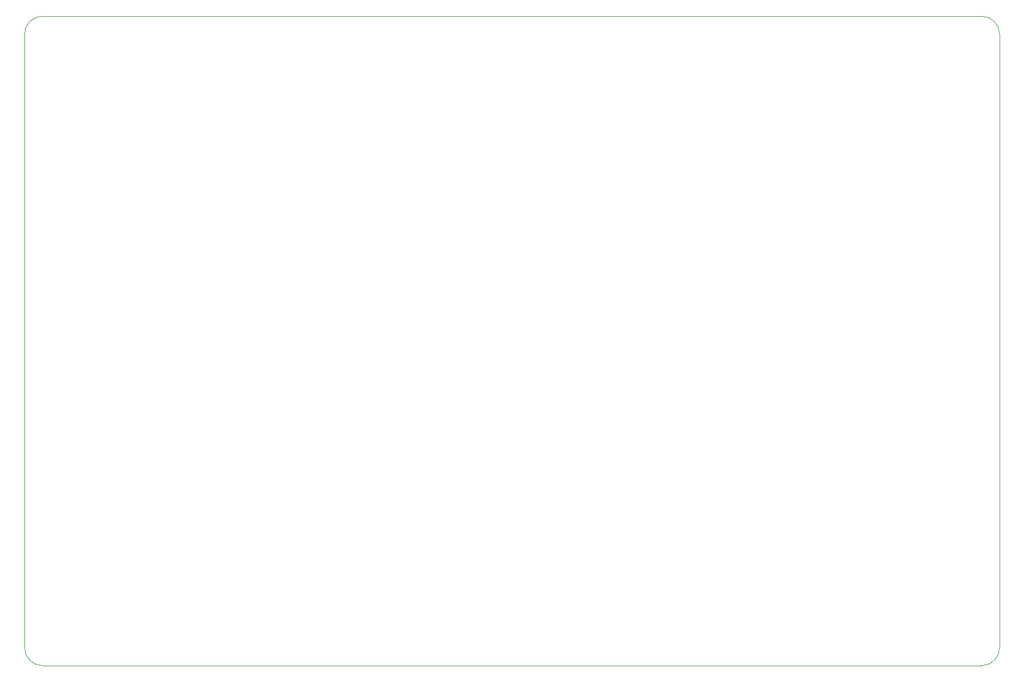
<source format=gbr>
%TF.GenerationSoftware,Altium Limited,Altium Designer,23.10.1 (27)*%
G04 Layer_Color=0*
%FSLAX45Y45*%
%MOMM*%
%TF.SameCoordinates,F6A67EC3-CF4D-4AC4-9858-863E4A550454*%
%TF.FilePolarity,Positive*%
%TF.FileFunction,Profile,NP*%
%TF.Part,Single*%
G01*
G75*
%TA.AperFunction,Profile*%
%ADD32C,0.02540*%
D32*
X14955521Y0D02*
G03*
X15239999Y284480I0J284480D01*
G01*
Y1016000D01*
X15239999Y9875520D01*
D02*
G03*
X14955521Y10160000I-284480J0D01*
G01*
X284480D01*
X284480Y10159999D01*
D02*
G03*
X0Y9875520I-0J-284479D01*
G01*
X0Y284480D01*
D02*
G03*
X284480Y0I284479J-1D01*
G01*
D01*
X14955521D01*
%TF.MD5,c025d5ae1b96c82e6b9c7d8b77ad4fd3*%
M02*

</source>
